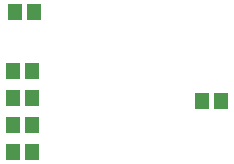
<source format=gbp>
G04 Layer_Color=16770453*
%FSLAX25Y25*%
%MOIN*%
G70*
G01*
G75*
%ADD15R,0.05118X0.05709*%
D15*
X168851Y224000D02*
D03*
X175150D02*
D03*
X168851Y215000D02*
D03*
X175150D02*
D03*
X168851Y206000D02*
D03*
X175150D02*
D03*
X169350Y252500D02*
D03*
X175649D02*
D03*
X231850Y223000D02*
D03*
X238150D02*
D03*
X175150Y233000D02*
D03*
X168850D02*
D03*
M02*

</source>
